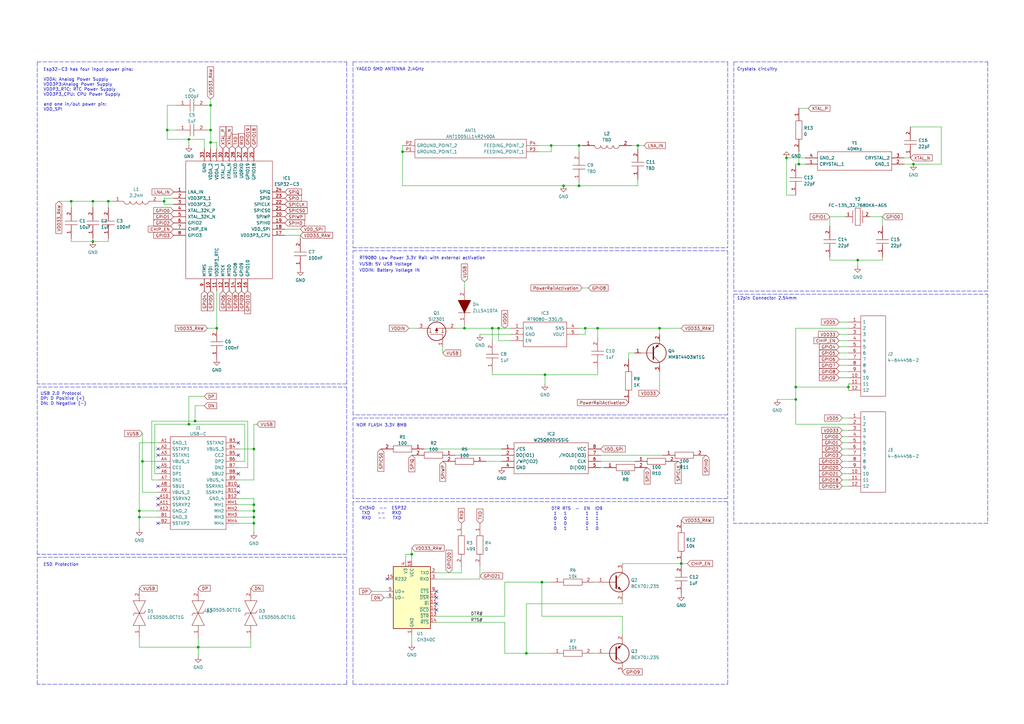
<source format=kicad_sch>
(kicad_sch (version 20211123) (generator eeschema)
  (paper "A3")
  (title_block (title "Easy C3 Dev Board") (date "2022-06-22") (company "Making Devices"))
  (junction (at 237.49 76.2))
  (junction (at 67.31 82.55))
  (junction (at 201.93 134.62))
  (junction (at 374.65 67.31))
  (junction (at 165.1 62.23))
  (junction (at 68.58 53.34))
  (junction (at 86.36 53.34))
  (junction (at 351.79 106.68))
  (junction (at 270.51 134.62))
  (junction (at 279.4 231.14))
  (junction (at 58.42 189.23))
  (junction (at 231.14 76.2))
  (junction (at 38.1 82.55))
  (junction (at 245.11 134.62))
  (junction (at 326.39 163.83))
  (junction (at 190.5 134.62))
  (junction (at 322.58 64.77))
  (junction (at 77.47 57.15))
  (junction (at 86.36 58.42))
  (junction (at 240.03 134.62))
  (junction (at 168.91 227.33))
  (junction (at 104.14 214.63))
  (junction (at 38.1 99.06))
  (junction (at 347.98 158.75))
  (junction (at 81.28 265.43))
  (junction (at 326.39 158.75))
  (junction (at 104.14 207.01))
  (junction (at 104.14 212.09))
  (junction (at 86.36 43.18))
  (junction (at 104.14 184.15))
  (junction (at 44.45 82.55))
  (junction (at 261.62 59.69))
  (junction (at 104.14 209.55))
  (junction (at 29.21 82.55))
  (junction (at 215.9 267.97))
  (junction (at 57.15 209.55))
  (junction (at 88.9 134.62))
  (junction (at 222.25 238.76))
  (junction (at 223.52 153.67))
  (junction (at 226.06 59.69))
  (junction (at 80.01 172.72))
  (junction (at 77.47 173.99))
  (junction (at 327.66 67.31))
  (junction (at 57.15 212.09))
  (junction (at 237.49 59.69))
  (junction (at 204.47 134.62))
  (no_connect (at 97.79 194.31))
  (no_connect (at 97.79 181.61))
  (no_connect (at 97.79 186.69))
  (no_connect (at 97.79 199.39))
  (no_connect (at 97.79 201.93))
  (no_connect (at 64.77 184.15))
  (no_connect (at 64.77 186.69))
  (no_connect (at 64.77 191.77))
  (no_connect (at 64.77 214.63))
  (no_connect (at 64.77 199.39))
  (no_connect (at 64.77 207.01))
  (no_connect (at 64.77 204.47))
  (no_connect (at 179.07 245.11))
  (no_connect (at 179.07 242.57))
  (no_connect (at 158.75 237.49))
  (no_connect (at 179.07 250.19))
  (no_connect (at 179.07 247.65))
  (wire (pts (xy 167.64 134.62) (xy 171.45 134.62)))
  (wire (pts (xy 179.07 252.73) (xy 207.01 252.73)))
  (wire (pts (xy 204.47 139.7) (xy 204.47 134.62)))
  (wire (pts (xy 223.52 153.67) (xy 201.93 153.67)))
  (wire (pts (xy 64.77 209.55) (xy 57.15 209.55)))
  (wire (pts (xy 322.58 80.01) (xy 326.39 80.01)))
  (wire (pts (xy 255.27 247.65) (xy 215.9 247.65)))
  (wire (pts (xy 270.51 134.62) (xy 270.51 137.16)))
  (wire (pts (xy 326.39 173.99) (xy 347.98 173.99)))
  (wire (pts (xy 347.98 157.48) (xy 347.98 158.75)))
  (wire (pts (xy 58.42 201.93) (xy 58.42 189.23)))
  (wire (pts (xy 261.62 59.69) (xy 259.08 59.69)))
  (wire (pts (xy 165.1 76.2) (xy 231.14 76.2)))
  (polyline (pts (xy 142.24 158.75) (xy 142.24 227.33)))
  (wire (pts (xy 361.95 92.71) (xy 361.95 88.9)))
  (wire (pts (xy 226.06 59.69) (xy 237.49 59.69)))
  (wire (pts (xy 326.39 67.31) (xy 327.66 67.31)))
  (wire (pts (xy 279.4 231.14) (xy 255.27 231.14)))
  (wire (pts (xy 116.84 93.98) (xy 123.19 93.98)))
  (wire (pts (xy 77.47 57.15) (xy 77.47 59.69)))
  (wire (pts (xy 243.84 238.76) (xy 245.11 238.76)))
  (wire (pts (xy 44.45 82.55) (xy 45.72 82.55)))
  (wire (pts (xy 104.14 214.63) (xy 104.14 218.44)))
  (polyline (pts (xy 298.45 205.74) (xy 298.45 280.67)))
  (wire (pts (xy 81.28 265.43) (xy 57.15 265.43)))
  (wire (pts (xy 83.82 57.15) (xy 77.47 57.15)))
  (wire (pts (xy 345.44 196.85) (xy 347.98 196.85)))
  (wire (pts (xy 237.49 134.62) (xy 240.03 134.62)))
  (wire (pts (xy 83.82 166.37) (xy 80.01 166.37)))
  (wire (pts (xy 386.08 67.31) (xy 374.65 67.31)))
  (wire (pts (xy 116.84 96.52) (xy 123.19 96.52)))
  (polyline (pts (xy 142.24 280.67) (xy 15.24 280.67)))
  (wire (pts (xy 255.27 246.38) (xy 255.27 247.65)))
  (wire (pts (xy 326.39 158.75) (xy 347.98 158.75)))
  (wire (pts (xy 201.93 139.7) (xy 201.93 134.62)))
  (wire (pts (xy 86.36 58.42) (xy 86.36 60.96)))
  (wire (pts (xy 196.85 137.16) (xy 209.55 137.16)))
  (wire (pts (xy 260.35 144.78) (xy 257.81 144.78)))
  (wire (pts (xy 38.1 82.55) (xy 44.45 82.55)))
  (wire (pts (xy 101.6 191.77) (xy 101.6 172.72)))
  (wire (pts (xy 345.44 186.69) (xy 347.98 186.69)))
  (polyline (pts (xy 142.24 228.6) (xy 142.24 280.67)))
  (wire (pts (xy 257.81 144.78) (xy 257.81 147.32)))
  (wire (pts (xy 189.23 234.95) (xy 189.23 232.41)))
  (wire (pts (xy 361.95 88.9) (xy 356.87 88.9)))
  (wire (pts (xy 102.87 261.62) (xy 102.87 265.43)))
  (wire (pts (xy 361.95 105.41) (xy 361.95 106.68)))
  (wire (pts (xy 77.47 162.56) (xy 77.47 173.99)))
  (polyline (pts (xy 144.78 101.6) (xy 298.45 101.6)))
  (wire (pts (xy 71.12 83.82) (xy 67.31 83.82)))
  (wire (pts (xy 345.44 176.53) (xy 347.98 176.53)))
  (wire (pts (xy 64.77 189.23) (xy 58.42 189.23)))
  (wire (pts (xy 345.44 199.39) (xy 347.98 199.39)))
  (wire (pts (xy 67.31 82.55) (xy 67.31 83.82)))
  (wire (pts (xy 220.98 59.69) (xy 226.06 59.69)))
  (wire (pts (xy 237.49 59.69) (xy 238.76 59.69)))
  (wire (pts (xy 190.5 115.57) (xy 190.5 118.11)))
  (wire (pts (xy 165.1 62.23) (xy 165.1 76.2)))
  (polyline (pts (xy 405.13 214.63) (xy 300.99 214.63)))
  (wire (pts (xy 264.16 59.69) (xy 261.62 59.69)))
  (wire (pts (xy 238.76 118.11) (xy 241.3 118.11)))
  (polyline (pts (xy 144.78 204.47) (xy 144.78 171.45)))
  (wire (pts (xy 344.17 132.08) (xy 347.98 132.08)))
  (wire (pts (xy 181.61 142.24) (xy 181.61 144.78)))
  (wire (pts (xy 344.17 142.24) (xy 347.98 142.24)))
  (wire (pts (xy 327.66 44.45) (xy 331.47 44.45)))
  (wire (pts (xy 168.91 260.35) (xy 168.91 264.16)))
  (wire (pts (xy 255.27 252.73) (xy 222.25 252.73)))
  (polyline (pts (xy 300.99 120.65) (xy 300.99 214.63)))
  (wire (pts (xy 38.1 99.06) (xy 29.21 99.06)))
  (wire (pts (xy 63.5 194.31) (xy 64.77 194.31)))
  (polyline (pts (xy 142.24 157.48) (xy 15.24 157.48)))
  (polyline (pts (xy 405.13 120.65) (xy 405.13 214.63)))
  (wire (pts (xy 97.79 189.23) (xy 100.33 189.23)))
  (wire (pts (xy 86.36 53.34) (xy 86.36 58.42)))
  (wire (pts (xy 57.15 181.61) (xy 57.15 209.55)))
  (wire (pts (xy 237.49 74.93) (xy 237.49 76.2)))
  (wire (pts (xy 62.23 196.85) (xy 64.77 196.85)))
  (wire (pts (xy 201.93 153.67) (xy 201.93 152.4)))
  (wire (pts (xy 190.5 133.35) (xy 190.5 134.62)))
  (wire (pts (xy 199.39 189.23) (xy 205.74 189.23)))
  (wire (pts (xy 57.15 212.09) (xy 57.15 217.17)))
  (wire (pts (xy 347.98 158.75) (xy 347.98 160.02)))
  (wire (pts (xy 340.36 106.68) (xy 340.36 105.41)))
  (wire (pts (xy 104.14 209.55) (xy 104.14 212.09)))
  (wire (pts (xy 245.11 151.13) (xy 245.11 153.67)))
  (wire (pts (xy 57.15 181.61) (xy 64.77 181.61)))
  (wire (pts (xy 81.28 261.62) (xy 81.28 265.43)))
  (wire (pts (xy 326.39 134.62) (xy 326.39 158.75)))
  (wire (pts (xy 281.94 231.14) (xy 279.4 231.14)))
  (polyline (pts (xy 300.99 120.65) (xy 405.13 120.65)))
  (wire (pts (xy 346.71 88.9) (xy 340.36 88.9)))
  (wire (pts (xy 226.06 62.23) (xy 226.06 59.69)))
  (wire (pts (xy 370.84 64.77) (xy 373.38 64.77)))
  (wire (pts (xy 97.79 196.85) (xy 104.14 196.85)))
  (polyline (pts (xy 144.78 171.45) (xy 298.45 171.45)))
  (polyline (pts (xy 405.13 25.4) (xy 405.13 119.38)))
  (wire (pts (xy 83.82 60.96) (xy 83.82 57.15)))
  (polyline (pts (xy 15.24 228.6) (xy 142.24 228.6)))
  (wire (pts (xy 345.44 179.07) (xy 347.98 179.07)))
  (polyline (pts (xy 15.24 157.48) (xy 15.24 25.4)))
  (wire (pts (xy 86.36 43.18) (xy 86.36 53.34)))
  (wire (pts (xy 63.5 173.99) (xy 63.5 194.31)))
  (polyline (pts (xy 144.78 25.4) (xy 144.78 101.6)))
  (wire (pts (xy 68.58 43.18) (xy 68.58 53.34)))
  (polyline (pts (xy 405.13 119.38) (xy 300.99 119.38)))
  (wire (pts (xy 344.17 152.4) (xy 347.98 152.4)))
  (wire (pts (xy 261.62 59.69) (xy 261.62 60.96)))
  (wire (pts (xy 345.44 171.45) (xy 347.98 171.45)))
  (wire (pts (xy 97.79 209.55) (xy 104.14 209.55)))
  (wire (pts (xy 81.28 265.43) (xy 81.28 269.24)))
  (wire (pts (xy 222.25 252.73) (xy 222.25 238.76)))
  (wire (pts (xy 245.11 153.67) (xy 223.52 153.67)))
  (wire (pts (xy 386.08 52.07) (xy 386.08 67.31)))
  (wire (pts (xy 97.79 207.01) (xy 104.14 207.01)))
  (wire (pts (xy 105.41 173.99) (xy 104.14 173.99)))
  (wire (pts (xy 186.69 186.69) (xy 205.74 186.69)))
  (wire (pts (xy 222.25 238.76) (xy 226.06 238.76)))
  (polyline (pts (xy 144.78 170.18) (xy 144.78 102.87)))
  (wire (pts (xy 62.23 172.72) (xy 62.23 196.85)))
  (polyline (pts (xy 15.24 25.4) (xy 142.24 25.4)))
  (wire (pts (xy 370.84 67.31) (xy 374.65 67.31)))
  (wire (pts (xy 168.91 224.79) (xy 168.91 227.33)))
  (wire (pts (xy 246.38 189.23) (xy 260.35 189.23)))
  (wire (pts (xy 123.19 96.52) (xy 123.19 97.79)))
  (wire (pts (xy 196.85 232.41) (xy 196.85 237.49)))
  (wire (pts (xy 237.49 59.69) (xy 237.49 62.23)))
  (wire (pts (xy 104.14 173.99) (xy 104.14 184.15)))
  (wire (pts (xy 58.42 189.23) (xy 58.42 177.8)))
  (wire (pts (xy 100.33 189.23) (xy 100.33 173.99)))
  (polyline (pts (xy 298.45 102.87) (xy 298.45 170.18)))
  (wire (pts (xy 270.51 152.4) (xy 270.51 161.29)))
  (wire (pts (xy 186.69 134.62) (xy 190.5 134.62)))
  (wire (pts (xy 245.11 134.62) (xy 245.11 138.43)))
  (polyline (pts (xy 144.78 205.74) (xy 144.78 280.67)))
  (wire (pts (xy 345.44 189.23) (xy 347.98 189.23)))
  (wire (pts (xy 157.48 245.11) (xy 158.75 245.11)))
  (wire (pts (xy 347.98 134.62) (xy 326.39 134.62)))
  (polyline (pts (xy 144.78 280.67) (xy 298.45 280.67)))
  (wire (pts (xy 373.38 52.07) (xy 386.08 52.07)))
  (polyline (pts (xy 142.24 25.4) (xy 142.24 157.48)))
  (wire (pts (xy 215.9 247.65) (xy 215.9 267.97)))
  (wire (pts (xy 209.55 139.7) (xy 204.47 139.7)))
  (wire (pts (xy 86.36 40.64) (xy 86.36 43.18)))
  (wire (pts (xy 246.38 191.77) (xy 247.65 191.77)))
  (wire (pts (xy 64.77 212.09) (xy 57.15 212.09)))
  (wire (pts (xy 83.82 162.56) (xy 77.47 162.56)))
  (wire (pts (xy 322.58 64.77) (xy 330.2 64.77)))
  (wire (pts (xy 100.33 173.99) (xy 77.47 173.99)))
  (wire (pts (xy 80.01 166.37) (xy 80.01 172.72)))
  (wire (pts (xy 196.85 237.49) (xy 179.07 237.49)))
  (wire (pts (xy 165.1 59.69) (xy 165.1 62.23)))
  (wire (pts (xy 261.62 76.2) (xy 237.49 76.2)))
  (wire (pts (xy 345.44 194.31) (xy 347.98 194.31)))
  (wire (pts (xy 246.38 186.69) (xy 271.78 186.69)))
  (wire (pts (xy 104.14 212.09) (xy 104.14 214.63)))
  (wire (pts (xy 24.13 82.55) (xy 29.21 82.55)))
  (wire (pts (xy 57.15 265.43) (xy 57.15 261.62)))
  (wire (pts (xy 77.47 173.99) (xy 63.5 173.99)))
  (wire (pts (xy 220.98 62.23) (xy 226.06 62.23)))
  (wire (pts (xy 72.39 43.18) (xy 68.58 43.18)))
  (wire (pts (xy 240.03 134.62) (xy 245.11 134.62)))
  (wire (pts (xy 102.87 265.43) (xy 81.28 265.43)))
  (wire (pts (xy 152.4 242.57) (xy 158.75 242.57)))
  (wire (pts (xy 88.9 58.42) (xy 86.36 58.42)))
  (wire (pts (xy 68.58 57.15) (xy 68.58 53.34)))
  (wire (pts (xy 173.99 184.15) (xy 205.74 184.15)))
  (wire (pts (xy 322.58 64.77) (xy 322.58 80.01)))
  (wire (pts (xy 97.79 214.63) (xy 104.14 214.63)))
  (wire (pts (xy 38.1 82.55) (xy 38.1 85.09)))
  (wire (pts (xy 77.47 57.15) (xy 68.58 57.15)))
  (wire (pts (xy 344.17 149.86) (xy 347.98 149.86)))
  (wire (pts (xy 104.14 207.01) (xy 104.14 209.55)))
  (wire (pts (xy 207.01 238.76) (xy 222.25 238.76)))
  (wire (pts (xy 326.39 158.75) (xy 326.39 163.83)))
  (wire (pts (xy 97.79 212.09) (xy 104.14 212.09)))
  (wire (pts (xy 67.31 81.28) (xy 71.12 81.28)))
  (wire (pts (xy 201.93 134.62) (xy 204.47 134.62)))
  (polyline (pts (xy 15.24 158.75) (xy 142.24 158.75)))
  (wire (pts (xy 345.44 191.77) (xy 347.98 191.77)))
  (polyline (pts (xy 298.45 205.74) (xy 144.78 205.74)))
  (wire (pts (xy 245.11 134.62) (xy 270.51 134.62)))
  (polyline (pts (xy 298.45 25.4) (xy 298.45 101.6)))
  (wire (pts (xy 67.31 81.28) (xy 67.31 82.55)))
  (wire (pts (xy 190.5 134.62) (xy 201.93 134.62)))
  (wire (pts (xy 261.62 73.66) (xy 261.62 76.2)))
  (wire (pts (xy 255.27 252.73) (xy 255.27 260.35)))
  (polyline (pts (xy 144.78 102.87) (xy 298.45 102.87)))
  (wire (pts (xy 85.09 43.18) (xy 86.36 43.18)))
  (wire (pts (xy 344.17 137.16) (xy 347.98 137.16)))
  (wire (pts (xy 57.15 209.55) (xy 57.15 212.09)))
  (wire (pts (xy 215.9 267.97) (xy 226.06 267.97)))
  (wire (pts (xy 80.01 172.72) (xy 62.23 172.72)))
  (wire (pts (xy 344.17 144.78) (xy 347.98 144.78)))
  (polyline (pts (xy 298.45 204.47) (xy 144.78 204.47)))
  (wire (pts (xy 345.44 184.15) (xy 347.98 184.15)))
  (wire (pts (xy 68.58 53.34) (xy 72.39 53.34)))
  (wire (pts (xy 237.49 137.16) (xy 240.03 137.16)))
  (wire (pts (xy 88.9 134.62) (xy 85.09 134.62)))
  (wire (pts (xy 223.52 153.67) (xy 223.52 157.48)))
  (wire (pts (xy 361.95 106.68) (xy 351.79 106.68)))
  (wire (pts (xy 351.79 106.68) (xy 351.79 109.22)))
  (wire (pts (xy 29.21 82.55) (xy 29.21 85.09)))
  (wire (pts (xy 85.09 53.34) (xy 86.36 53.34)))
  (wire (pts (xy 44.45 99.06) (xy 38.1 99.06)))
  (wire (pts (xy 88.9 60.96) (xy 88.9 58.42)))
  (polyline (pts (xy 144.78 25.4) (xy 298.45 25.4)))
  (wire (pts (xy 270.51 134.62) (xy 279.4 134.62)))
  (wire (pts (xy 44.45 82.55) (xy 44.45 85.09)))
  (wire (pts (xy 104.14 184.15) (xy 97.79 184.15)))
  (wire (pts (xy 237.49 76.2) (xy 231.14 76.2)))
  (wire (pts (xy 38.1 97.79) (xy 38.1 99.06)))
  (polyline (pts (xy 15.24 227.33) (xy 15.24 158.75)))
  (wire (pts (xy 166.37 227.33) (xy 168.91 227.33)))
  (wire (pts (xy 344.17 139.7) (xy 347.98 139.7)))
  (wire (pts (xy 209.55 134.62) (xy 204.47 134.62)))
  (wire (pts (xy 240.03 137.16) (xy 240.03 134.62)))
  (wire (pts (xy 97.79 204.47) (xy 104.14 204.47)))
  (polyline (pts (xy 300.99 25.4) (xy 300.99 119.38)))
  (wire (pts (xy 179.07 255.27) (xy 207.01 255.27)))
  (wire (pts (xy 207.01 255.27) (xy 207.01 267.97)))
  (wire (pts (xy 344.17 147.32) (xy 347.98 147.32)))
  (wire (pts (xy 327.66 62.23) (xy 327.66 67.31)))
  (wire (pts (xy 66.04 82.55) (xy 67.31 82.55)))
  (polyline (pts (xy 142.24 227.33) (xy 15.24 227.33)))
  (wire (pts (xy 179.07 234.95) (xy 189.23 234.95)))
  (wire (pts (xy 97.79 191.77) (xy 101.6 191.77)))
  (wire (pts (xy 168.91 227.33) (xy 168.91 229.87)))
  (wire (pts (xy 207.01 267.97) (xy 215.9 267.97)))
  (wire (pts (xy 44.45 97.79) (xy 44.45 99.06)))
  (wire (pts (xy 351.79 106.68) (xy 340.36 106.68)))
  (wire (pts (xy 340.36 88.9) (xy 340.36 92.71)))
  (wire (pts (xy 326.39 163.83) (xy 326.39 173.99)))
  (wire (pts (xy 318.77 163.83) (xy 326.39 163.83)))
  (wire (pts (xy 327.66 67.31) (xy 330.2 67.31)))
  (wire (pts (xy 29.21 97.79) (xy 29.21 99.06)))
  (polyline (pts (xy 300.99 25.4) (xy 405.13 25.4)))
  (wire (pts (xy 64.77 201.93) (xy 58.42 201.93)))
  (wire (pts (xy 345.44 181.61) (xy 347.98 181.61)))
  (wire (pts (xy 104.14 204.47) (xy 104.14 207.01)))
  (wire (pts (xy 166.37 229.87) (xy 166.37 227.33)))
  (wire (pts (xy 88.9 119.38) (xy 88.9 134.62)))
  (wire (pts (xy 104.14 184.15) (xy 104.14 196.85)))
  (wire (pts (xy 243.84 267.97) (xy 245.11 267.97)))
  (wire (pts (xy 101.6 172.72) (xy 80.01 172.72)))
  (wire (pts (xy 207.01 252.73) (xy 207.01 238.76)))
  (wire (pts (xy 344.17 154.94) (xy 347.98 154.94)))
  (polyline (pts (xy 15.24 280.67) (xy 15.24 228.6)))
  (wire (pts (xy 29.21 82.55) (xy 38.1 82.55)))
  (polyline (pts (xy 298.45 170.18) (xy 144.78 170.18)))
  (polyline (pts (xy 298.45 171.45) (xy 298.45 204.47)))
  (text "RT9080 Low Power 3.3V Rail with external activation" (at 147.32 106.68 0) (effects (font (size 1.27 1.27)) (justify left bottom)))
  (text "DTR RTS  -  EN  IO9\n 1   1        1   1\n 0   0        1   1\n 1   0        0   1\n 0   1        1   0\n " (at 226.06 219.71 0) (effects (font (size 1.27 1.27)) (justify left bottom)))
  (text "NOR FLASH 3.3V 8MB" (at 146.05 175.26 0) (effects (font (size 1.27 1.27)) (justify left bottom)))
  (text "12pin Connector 2.54mm\n" (at 302.26 123.19 0) (effects (font (size 1.27 1.27)) (justify left bottom)))
  (text "VUSB: 5V USB Voltage" (at 147.32 109.22 0) (effects (font (size 1.27 1.27)) (justify left bottom)))
  (text "ESD Protection" (at 17.78 232.41 0) (effects (font (size 1.27 1.27)) (justify left bottom)))
  (text "Esp32-C3 has four input power pins:\n\nVDDA: Analog Power Supply\nVDD3P3:Analog Power Supply\nVDDP3_RTC: RTC Power Supply\nVDD3P3_CPU: CPU Power Supply\n\nand one in/out power pin:\nVDD_SPI" (at 17.78 45.72 0) (effects (font (size 1.27 1.27)) (justify left bottom)))
  (text "YAGEO SMD ANTENNA 2.4GHz" (at 146.05 29.21 0) (effects (font (size 1.27 1.27)) (justify left bottom)))
  (text "CH340  --  ESP32\n TXD   --   RXD\n RXD   --   TXD" (at 147.32 213.36 0) (effects (font (size 1.27 1.27)) (justify left bottom)))
  (text "USB 2.0 Protocol\nDP: D Positive (+)\nDN: D Negative (-)" (at 16.51 166.37 0) (effects (font (size 1.27 1.27)) (justify left bottom)))
  (text "Crystals circuitry" (at 302.26 29.21 0) (effects (font (size 1.27 1.27)) (justify left bottom)))
  (text "VDDIN: Battery Voltage IN" (at 147.32 111.76 0) (effects (font (size 1.27 1.27)) (justify left bottom)))
  (label "DTR#" (at 193.04 252.73 0))
  (label "RTS#" (at 193.04 255.27 0))
  (global_label "GPIO9" (shape input) (at 99.06 119.38 270) (property "Intersheet References" "${INTERSHEET_REFS}" (effects hide)))
  (global_label "GPIO3" (shape input) (at 345.44 186.69 180) (property "Intersheet References" "${INTERSHEET_REFS}" (effects hide)))
  (global_label "GPIO0" (shape input) (at 71.12 86.36 180) (property "Intersheet References" "${INTERSHEET_REFS}" (effects hide)))
  (global_label "GPIO21" (shape input) (at 345.44 194.31 180) (property "Intersheet References" "${INTERSHEET_REFS}" (effects hide)))
  (global_label "VDD33_RAW" (shape input) (at 86.36 40.64 90) (property "Intersheet References" "${INTERSHEET_REFS}" (effects hide)))
  (global_label "CHIP_EN" (shape input) (at 344.17 139.7 180) (property "Intersheet References" "${INTERSHEET_REFS}" (effects hide)))
  (global_label "DP" (shape input) (at 152.4 242.57 180) (property "Intersheet References" "${INTERSHEET_REFS}" (effects hide)))
  (global_label "VDD5" (shape input) (at 207.01 134.62 90) (property "Intersheet References" "${INTERSHEET_REFS}" (effects hide)))
  (global_label "GPIO7" (shape input) (at 93.98 119.38 270) (property "Intersheet References" "${INTERSHEET_REFS}" (effects hide)))
  (global_label "DP" (shape input) (at 83.82 162.56 0) (property "Intersheet References" "${INTERSHEET_REFS}" (effects hide)))
  (global_label "VDD5" (shape input) (at 345.44 171.45 180) (property "Intersheet References" "${INTERSHEET_REFS}" (effects hide)))
  (global_label "GPIO7" (shape input) (at 344.17 149.86 180) (property "Intersheet References" "${INTERSHEET_REFS}" (effects hide)))
  (global_label "GPIO18" (shape input) (at 104.14 60.96 90) (property "Intersheet References" "${INTERSHEET_REFS}" (effects hide)))
  (global_label "TXD" (shape input) (at 196.85 214.63 90) (property "Intersheet References" "${INTERSHEET_REFS}" (effects hide)))
  (global_label "GPIO18" (shape input) (at 345.44 196.85 180) (property "Intersheet References" "${INTERSHEET_REFS}" (effects hide)))
  (global_label "VDD33" (shape input) (at 344.17 137.16 180) (property "Intersheet References" "${INTERSHEET_REFS}" (effects hide)))
  (global_label "SPICS0" (shape input) (at 156.21 184.15 270) (property "Intersheet References" "${INTERSHEET_REFS}" (effects hide)))
  (global_label "VDD33_RAW" (shape input) (at 279.4 134.62 0) (property "Intersheet References" "${INTERSHEET_REFS}" (effects hide)))
  (global_label "GPIO1" (shape input) (at 345.44 181.61 180) (property "Intersheet References" "${INTERSHEET_REFS}" (effects hide)))
  (global_label "RXD" (shape input) (at 99.06 60.96 90) (property "Intersheet References" "${INTERSHEET_REFS}" (effects hide)))
  (global_label "GPIO8" (shape input) (at 241.3 118.11 0) (property "Intersheet References" "${INTERSHEET_REFS}" (effects hide)))
  (global_label "VUSB" (shape input) (at 190.5 115.57 90) (property "Intersheet References" "${INTERSHEET_REFS}" (effects hide)))
  (global_label "GPIO2" (shape input) (at 71.12 91.44 180) (property "Intersheet References" "${INTERSHEET_REFS}" (effects hide)))
  (global_label "VUSB" (shape input) (at 181.61 144.78 0) (property "Intersheet References" "${INTERSHEET_REFS}" (effects hide)))
  (global_label "GPIO4" (shape input) (at 344.17 142.24 180) (property "Intersheet References" "${INTERSHEET_REFS}" (effects hide)))
  (global_label "GPIO2" (shape input) (at 345.44 184.15 180) (property "Intersheet References" "${INTERSHEET_REFS}" (effects hide)))
  (global_label "GPIO5" (shape input) (at 86.36 119.38 270) (property "Intersheet References" "${INTERSHEET_REFS}" (effects hide)))
  (global_label "GPIO19" (shape input) (at 345.44 199.39 180) (property "Intersheet References" "${INTERSHEET_REFS}" (effects hide)))
  (global_label "PowerRailActivation" (shape input) (at 257.81 165.1 180) (property "Intersheet References" "${INTERSHEET_REFS}" (effects hide)))
  (global_label "VDD_SPI" (shape input) (at 123.19 93.98 0) (property "Intersheet References" "${INTERSHEET_REFS}" (effects hide)))
  (global_label "SPIHD" (shape input) (at 289.56 186.69 270) (property "Intersheet References" "${INTERSHEET_REFS}" (effects hide)))
  (global_label "GPIO10" (shape input) (at 101.6 119.38 270) (property "Intersheet References" "${INTERSHEET_REFS}" (effects hide)))
  (global_label "VDD33_RAW" (shape input) (at 168.91 224.79 0) (property "Intersheet References" "${INTERSHEET_REFS}" (effects hide)))
  (global_label "XTAL_P" (shape input) (at 91.44 60.96 90) (property "Intersheet References" "${INTERSHEET_REFS}" (effects hide)))
  (global_label "VDDIN" (shape input) (at 167.64 134.62 180) (property "Intersheet References" "${INTERSHEET_REFS}" (effects hide)))
  (global_label "GPIO8" (shape input) (at 344.17 152.4 180) (property "Intersheet References" "${INTERSHEET_REFS}" (effects hide)))
  (global_label "GPIO21" (shape input) (at 196.85 236.22 0) (property "Intersheet References" "${INTERSHEET_REFS}" (effects hide)))
  (global_label "GPIO0" (shape input) (at 345.44 179.07 180) (property "Intersheet References" "${INTERSHEET_REFS}" (effects hide)))
  (global_label "DP" (shape input) (at 81.28 241.3 0) (property "Intersheet References" "${INTERSHEET_REFS}" (effects hide)))
  (global_label "GPIO1" (shape input) (at 340.36 88.9 180) (property "Intersheet References" "${INTERSHEET_REFS}" (effects hide)))
  (global_label "LNA_IN" (shape input) (at 264.16 59.69 0) (property "Intersheet References" "${INTERSHEET_REFS}" (effects hide)))
  (global_label "SPICLK" (shape input) (at 116.84 83.82 0) (property "Intersheet References" "${INTERSHEET_REFS}" (effects hide)))
  (global_label "GPIO10" (shape input) (at 345.44 189.23 180) (property "Intersheet References" "${INTERSHEET_REFS}" (effects hide)))
  (global_label "VUSB" (shape input) (at 105.41 173.99 0) (property "Intersheet References" "${INTERSHEET_REFS}" (effects hide)))
  (global_label "SPIQ" (shape input) (at 116.84 78.74 0) (property "Intersheet References" "${INTERSHEET_REFS}" (effects hide)))
  (global_label "SPICLK" (shape input) (at 278.13 189.23 270) (property "Intersheet References" "${INTERSHEET_REFS}" (effects hide)))
  (global_label "VDD33" (shape input) (at 345.44 176.53 180) (property "Intersheet References" "${INTERSHEET_REFS}" (effects hide)))
  (global_label "SPIQ" (shape input) (at 168.91 186.69 270) (property "Intersheet References" "${INTERSHEET_REFS}" (effects hide)))
  (global_label "GPIO9" (shape input) (at 255.27 275.59 0) (property "Intersheet References" "${INTERSHEET_REFS}" (effects hide)))
  (global_label "VUSB" (shape input) (at 58.42 177.8 180) (property "Intersheet References" "${INTERSHEET_REFS}" (effects hide)))
  (global_label "SPIWP" (shape input) (at 116.84 88.9 0) (property "Intersheet References" "${INTERSHEET_REFS}" (effects hide)))
  (global_label "GPIO9" (shape input) (at 344.17 154.94 180) (property "Intersheet References" "${INTERSHEET_REFS}" (effects hide)))
  (global_label "CHIP_EN" (shape input) (at 281.94 231.14 0) (property "Intersheet References" "${INTERSHEET_REFS}" (effects hide)))
  (global_label "SPID" (shape input) (at 265.43 191.77 270) (property "Intersheet References" "${INTERSHEET_REFS}" (effects hide)))
  (global_label "DN" (shape input) (at 157.48 245.11 180) (property "Intersheet References" "${INTERSHEET_REFS}" (effects hide)))
  (global_label "GPIO1" (shape input) (at 71.12 88.9 180) (property "Intersheet References" "${INTERSHEET_REFS}" (effects hide)))
  (global_label "RXD" (shape input) (at 189.23 214.63 90) (property "Intersheet References" "${INTERSHEET_REFS}" (effects hide)))
  (global_label "VDD33_RAW" (shape input) (at 24.13 82.55 270) (property "Intersheet References" "${INTERSHEET_REFS}" (effects hide)))
  (global_label "SPIHD" (shape input) (at 116.84 91.44 0) (property "Intersheet References" "${INTERSHEET_REFS}" (effects hide)))
  (global_label "VDD33_RAW" (shape input) (at 279.4 213.36 0) (property "Intersheet References" "${INTERSHEET_REFS}" (effects hide)))
  (global_label "XTAL_N" (shape input) (at 373.38 64.77 0) (property "Intersheet References" "${INTERSHEET_REFS}" (effects hide)))
  (global_label "VDD_SPI" (shape input) (at 246.38 184.15 0) (property "Intersheet References" "${INTERSHEET_REFS}" (effects hide)))
  (global_label "SPIWP" (shape input) (at 181.61 189.23 270) (property "Intersheet References" "${INTERSHEET_REFS}" (effects hide)))
  (global_label "GPIO8" (shape input) (at 96.52 119.38 270) (property "Intersheet References" "${INTERSHEET_REFS}" (effects hide)))
  (global_label "GPIO0" (shape input) (at 361.95 88.9 0) (property "Intersheet References" "${INTERSHEET_REFS}" (effects hide)))
  (global_label "TXD" (shape input) (at 96.52 60.96 90) (property "Intersheet References" "${INTERSHEET_REFS}" (effects hide)))
  (global_label "DN" (shape input) (at 83.82 166.37 0) (property "Intersheet References" "${INTERSHEET_REFS}" (effects hide)))
  (global_label "VDD33_RAW" (shape input) (at 123.19 96.52 0) (property "Intersheet References" "${INTERSHEET_REFS}" (effects hide)))
  (global_label "SPID" (shape input) (at 116.84 81.28 0) (property "Intersheet References" "${INTERSHEET_REFS}" (effects hide)))
  (global_label "GPIO20" (shape input) (at 184.15 234.95 90) (property "Intersheet References" "${INTERSHEET_REFS}" (effects hide)))
  (global_label "GPIO19" (shape input) (at 101.6 60.96 90) (property "Intersheet References" "${INTERSHEET_REFS}" (effects hide)))
  (global_label "XTAL_P" (shape input) (at 331.47 44.45 0) (property "Intersheet References" "${INTERSHEET_REFS}" (effects hide)))
  (global_label "VDD5" (shape input) (at 344.17 132.08 180) (property "Intersheet References" "${INTERSHEET_REFS}" (effects hide)))
  (global_label "VDD33" (shape input) (at 270.51 161.29 180) (property "Intersheet References" "${INTERSHEET_REFS}" (effects hide)))
  (global_label "GPIO3" (shape input) (at 71.12 96.52 180) (property "Intersheet References" "${INTERSHEET_REFS}" (effects hide)))
  (global_label "GPIO6" (shape input) (at 91.44 119.38 270) (property "Intersheet References" "${INTERSHEET_REFS}" (effects hide)))
  (global_label "GPIO4" (shape input) (at 83.82 119.38 270) (property "Intersheet References" "${INTERSHEET_REFS}" (effects hide)))
  (global_label "VDD33_RAW" (shape input) (at 85.09 134.62 180) (property "Intersheet References" "${INTERSHEET_REFS}" (effects hide)))
  (global_label "LNA_IN" (shape input) (at 71.12 78.74 180) (property "Intersheet References" "${INTERSHEET_REFS}" (effects hide)))
  (global_label "DN" (shape input) (at 102.87 241.3 0) (property "Intersheet References" "${INTERSHEET_REFS}" (effects hide)))
  (global_label "PowerRailActivation" (shape input) (at 238.76 118.11 180) (property "Intersheet References" "${INTERSHEET_REFS}" (effects hide)))
  (global_label "GPIO5" (shape input) (at 344.17 144.78 180) (property "Intersheet References" "${INTERSHEET_REFS}" (effects hide)))
  (global_label "XTAL_N" (shape input) (at 93.98 60.96 90) (property "Intersheet References" "${INTERSHEET_REFS}" (effects hide)))
  (global_label "CHIP_EN" (shape input) (at 71.12 93.98 180) (property "Intersheet References" "${INTERSHEET_REFS}" (effects hide)))
  (global_label "GPIO20" (shape input) (at 345.44 191.77 180) (property "Intersheet References" "${INTERSHEET_REFS}" (effects hide)))
  (global_label "SPICS0" (shape input) (at 116.84 86.36 0) (property "Intersheet References" "${INTERSHEET_REFS}" (effects hide)))
  (global_label "GPIO6" (shape input) (at 344.17 147.32 180) (property "Intersheet References" "${INTERSHEET_REFS}" (effects hide)))
  (global_label "VUSB" (shape input) (at 57.15 241.3 0) (property "Intersheet References" "${INTERSHEET_REFS}" (effects hide)))
  (symbol (lib_id "Library Loader:LQW2BAS2N7J00L") (at 238.76 59.69 0) (unit 1)
    (property "Reference" "L2" (at 248.92 54.8208 0))
    (property "Value" "TBD" (at 248.92 57.3577 0))
    (property "Footprint" "LQW2BAN11NG00L" (effects hide))
    (property "Datasheet" "https://psearch.en.murata.com/inductor/product/LQW2BAS2N7J00%23.html" (effects hide))
    (property "Description" "LQW2BAS_00 Series Inductor 2.7nH +/-5% 0805 (2015)" (effects hide))
    (property "Height" "1.52" (effects hide))
    (property "Mouser Part Number" "81-LQW2BAS2N7J00L" (effects hide))
    (property "Mouser Price/Stock" "https://www.mouser.co.uk/ProductDetail/Murata-Electronics/LQW2BAS2N7J00L?qs=rkhjVJ6%2F3EIoAem%252BmvnZ5w%3D%3D" (effects hide))
    (property "Manufacturer_Name" "Murata Electronics" (effects hide))
    (property "Manufacturer_Part_Number" "LQW2BAS2N7J00L" (effects hide))
  )
  (symbol (lib_id "Library Loader:ESP32-C3") (at 71.12 78.74 0) (unit 1)
    (property "Reference" "IC1" (at 117.6003 73.0335 0))
    (property "Value" "ESP32-C3" (at 117.6003 75.5704 0))
    (property "Footprint" "QFN50P500X500X90-33N-D" (effects hide))
    (property "Datasheet" "https://www.espressif.com/sites/default/files/documentation/esp32-c3_datasheet_en.pdf" (effects hide))
    (property "Description" "Ultra-Low-Power SoC with RISC-V Single-Core CPU" (effects hide))
    (property "Height" "0.9" (effects hide))
    (property "Mouser Part Number" "356-ESP32-C3" (effects hide))
    (property "Mouser Price/Stock" "https://www.mouser.co.uk/ProductDetail/Espressif-Systems/ESP32-C3?qs=iLbezkQI%252BsiMXe7tMG%252Bo%2FA%3D%3D" (effects hide))
    (property "Manufacturer_Name" "Espressif Systems" (effects hide))
    (property "Manufacturer_Part_Number" "ESP32-C3" (effects hide))
  )
  (symbol (lib_id "Library Loader:RT9080-33GJ5") (at 209.55 134.62 0) (unit 1)
    (property "Reference" "IC3" (at 223.52 128.431 0))
    (property "Value" "RT9080-33GJ5" (at 223.52 130.9679 0))
    (property "Footprint" "SOT94P280X100-5N" (effects hide))
    (property "Datasheet" "https://www.richtek.com/assets/product_file/RT9080/DS9080-05.pdf" (effects hide))
    (property "Description" "IC REG LIN 3.3V 600MA TSOT23-5" (effects hide))
    (property "Height" "1" (effects hide))
    (property "Manufacturer_Name" "RICHTEK" (effects hide))
    (property "Manufacturer_Part_Number" "RT9080-33GJ5" (effects hide))
  )
  (symbol (lib_id "Library Loader:ERJP6WF1303V") (at 173.99 184.15 180) (unit 1)
    (property "Reference" "R1" (at 165.1 179.231 0))
    (property "Value" "100" (at 165.1 181.7679 0))
    (property "Footprint" "RESC2012X75N" (effects hide))
    (property "Datasheet" "http://uk.rs-online.com/web/p/products/7708607P" (effects hide))
    (property "Description" "Panasonic ERJP6W Series Thick Film Surface Mount Fixed Resistor 0805 Case 130k +/-1% 0.5W +/-200ppm/C" (effects hide))
    (property "Height" "0.75" (effects hide))
    (property "RS Part Number" "7708607P" (effects hide))
    (property "RS Price/Stock" "http://uk.rs-online.com/web/p/products/7708607P" (effects hide))
    (property "Manufacturer_Name" "Panasonic" (effects hide))
    (property "Manufacturer_Part_Number" "ERJP6WF1303V" (effects hide))
  )
  (symbol (lib_id "power:GND") (at 81.28 269.24 0) (unit 1)
    (property "Reference" "#PWR04" (effects hide))
    (property "Value" "GND" (at 81.28 273.6834 0))
  )
  (symbol (lib_id "Library Loader:BCX70J,235") (at 245.11 267.97 0) (mirror x) (unit 1)
    (property "Reference" "Q3" (at 258.7752 267.1353 0) (effects (justify left)))
    (property "Value" "BCX70J,235" (at 258.7752 269.6722 0) (effects (justify left)))
    (property "Footprint" "SOT95P230X110-3N" (effects hide))
    (property "Datasheet" "http://assets.nexperia.com/documents/data-sheet/BCX70.pdf" (effects hide))
    (property "Description" "BCX70 series - NPN general purpose transistors" (effects hide))
    (property "Height" "1.1" (effects hide))
    (property "Mouser Part Number" "771-BCX70J235" (effects hide))
    (property "Mouser Price/Stock" "https://www.mouser.co.uk/ProductDetail/Nexperia/BCX70J235?qs=me8TqzrmIYXivZ1WpT%2F11Q%3D%3D" (effects hide))
    (property "Manufacturer_Name" "Nexperia" (effects hide))
    (property "Manufacturer_Part_Number" "BCX70J,235" (effects hide))
  )
  (symbol (lib_id "Library Loader:ERJP6WF1303V") (at 196.85 214.63 270) (unit 1)
    (property "Reference" "R4" (at 198.8312 222.6853 90) (effects (justify left)))
    (property "Value" "0" (at 198.8312 225.2222 90) (effects (justify left)))
    (property "Footprint" "RESC2012X75N" (effects hide))
    (property "Datasheet" "http://uk.rs-online.com/web/p/products/7708607P" (effects hide))
    (property "Description" "Panasonic ERJP6W Series Thick Film Surface Mount Fixed Resistor 0805 Case 130k +/-1% 0.5W +/-200ppm/C" (effects hide))
    (property "Height" "0.75" (effects hide))
    (property "RS Part Number" "7708607P" (effects hide))
    (property "RS Price/Stock" "http://uk.rs-online.com/web/p/products/7708607P" (effects hide))
    (property "Manufacturer_Name" "Panasonic" (effects hide))
    (property "Manufacturer_Part_Number" "ERJP6WF1303V" (effects hide))
  )
  (symbol (lib_id "Library Loader:ERJP6WF1303V") (at 226.06 267.97 0) (unit 1)
    (property "Reference" "R7" (at 234.95 263.051 0))
    (property "Value" "10k" (at 234.95 265.5879 0))
    (property "Footprint" "RESC2012X75N" (effects hide))
    (property "Datasheet" "http://uk.rs-online.com/web/p/products/7708607P" (effects hide))
    (property "Description" "Panasonic ERJP6W Series Thick Film Surface Mount Fixed Resistor 0805 Case 130k +/-1% 0.5W +/-200ppm/C" (effects hide))
    (property "Height" "0.75" (effects hide))
    (property "RS Part Number" "7708607P" (effects hide))
    (property "RS Price/Stock" "http://uk.rs-online.com/web/p/products/7708607P" (effects hide))
    (property "Manufacturer_Name" "Panasonic" (effects hide))
    (property "Manufacturer_Part_Number" "ERJP6WF1303V" (effects hide))
  )
  (symbol (lib_id "Library Loader:C0805C475M8RACTU") (at 279.4 243.84 90) (unit 1)
    (property "Reference" "C12" (at 282.6512 236.6553 90) (effects (justify right)))
    (property "Value" "1uF" (at 282.6512 239.1922 90) (effects (justify right)))
    (property "Footprint" "CAPC2012X140N" (effects hide))
    (property "Datasheet" "https://datasheet.datasheetarchive.com/originals/distributors/Datasheets-DGA8/2444426.pdf" (effects hide))
    (property "Description" "Cap Ceramic 4.7uF 10V X7R 20% Pad SMD 0805 125C T/R" (effects hide))
    (property "Height" "1.4" (effects hide))
    (property "Manufacturer_Name" "Kemet" (effects hide))
    (property "Manufacturer_Part_Number" "C0805C475M8RACTU" (effects hide))
  )
  (symbol (lib_id "Library Loader:FC-135_32.7680KA-AG5") (at 346.71 88.9 0) (unit 1)
    (property "Reference" "Y2" (at 351.79 81.695 0))
    (property "Value" "FC-135_32.7680KA-AG5" (at 351.79 84.2319 0))
    (property "Footprint" "Library Loader:Q13FC1350000200" (effects hide))
    (property "Datasheet" "https://datasheet.lcsc.com/szlcsc/Seiko-Epson-Q13FC1350000200_C48615.pdf" (effects hide))
    (property "Description" "Crystal 32.768kHz 12.5pF 2-Pin SMD T/R" (effects hide))
    (property "Height" "0.9" (effects hide))
    (property "Manufacturer_Name" "Seiko Instruments Inc." (effects hide))
    (property "Manufacturer_Part_Number" "FC-135_32.7680KA-AG5" (effects hide))
  )
  (symbol (lib_id "Library Loader:LQW2BAS2N7J00L") (at 45.72 82.55 0) (unit 1)
    (property "Reference" "L1" (at 55.88 77.6808 0))
    (property "Value" "2.2nH" (at 55.88 80.2177 0))
    (property "Footprint" "LQW2BAN11NG00L" (effects hide))
    (property "Datasheet" "https://psearch.en.murata.com/inductor/product/LQW2BAS2N7J00%23.html" (effects hide))
    (property "Description" "LQW2BAS_00 Series Inductor 2.7nH +/-5% 0805 (2015)" (effects hide))
    (property "Height" "1.52" (effects hide))
    (property "Mouser Part Number" "81-LQW2BAS2N7J00L" (effects hide))
    (property "Mouser Price/Stock" "https://www.mouser.co.uk/ProductDetail/Murata-Electronics/LQW2BAS2N7J00L?qs=rkhjVJ6%2F3EIoAem%252BmvnZ5w%3D%3D" (effects hide))
    (property "Manufacturer_Name" "Murata Electronics" (effects hide))
    (property "Manufacturer_Part_Number" "LQW2BAS2N7J00L" (effects hide))
  )
  (symbol (lib_id "Library Loader:C0805C475M8RACTU") (at 72.39 43.18 0) (unit 1)
    (property "Reference" "C4" (at 78.74 36.991 0))
    (property "Value" "100pF" (at 78.74 39.5279 0))
    (property "Footprint" "CAPC2012X140N" (effects hide))
    (property "Datasheet" "https://datasheet.datasheetarchive.com/originals/distributors/Datasheets-DGA8/2444426.pdf" (effects hide))
    (property "Description" "Cap Ceramic 4.7uF 10V X7R 20% Pad SMD 0805 125C T/R" (effects hide))
    (property "Height" "1.4" (effects hide))
    (property "Manufacturer_Name" "Kemet" (effects hide))
    (property "Manufacturer_Part_Number" "C0805C475M8RACTU" (effects hide))
  )
  (symbol (lib_id "Library Loader:ERJP6WF1303V") (at 271.78 186.69 0) (unit 1)
    (property "Reference" "R11" (at 280.67 191.609 0))
    (property "Value" "100" (at 280.67 189.0721 0))
    (property "Footprint" "RESC2012X75N" (effects hide))
    (property "Datasheet" "http://uk.rs-online.com/web/p/products/7708607P" (effects hide))
    (property "Description" "Panasonic ERJP6W Series Thick Film Surface Mount Fixed Resistor 0805 Case 130k +/-1% 0.5W +/-200ppm/C" (effects hide))
    (property "Height" "0.75" (effects hide))
    (property "RS Part Number" "7708607P" (effects hide))
    (property "RS Price/Stock" "http://uk.rs-online.com/web/p/products/7708607P" (effects hide))
    (property "Manufacturer_Name" "Panasonic" (effects hide))
    (property "Manufacturer_Part_Number" "ERJP6WF1303V" (effects hide))
  )
  (symbol (lib_id "power:GND") (at 168.91 264.16 0) (unit 1)
    (property "Reference" "#PWR08" (effects hide))
    (property "Value" "GND" (at 168.91 268.6034 0))
  )
  (symbol (lib_id "Library Loader:C0805C475M8RACTU") (at 88.9 147.32 90) (unit 1)
    (property "Reference" "C6" (at 92.1512 140.1353 90) (effects (justify right)))
    (property "Value" "100nF" (at 92.1512 142.6722 90) (effects (justify right)))
    (property "Footprint" "CAPC2012X140N" (effects hide))
    (property "Datasheet" "https://datasheet.datasheetarchive.com/originals/distributors/Datasheets-DGA8/2444426.pdf" (effects hide))
    (property "Description" "Cap Ceramic 4.7uF 10V X7R 20% Pad SMD 0805 125C T/R" (effects hide))
    (property "Height" "1.4" (effects hide))
    (property "Manufacturer_Name" "Kemet" (effects hide))
    (property "Manufacturer_Part_Number" "C0805C475M8RACTU" (effects hide))
  )
  (symbol (lib_id "power:GND") (at 104.14 218.44 0) (unit 1)
    (property "Reference" "#PWR06" (effects hide))
    (property "Value" "GND" (at 104.14 222.8834 0))
  )
  (symbol (lib_id "Library Loader:C0805C475M8RACTU") (at 72.39 53.34 0) (unit 1)
    (property "Reference" "C5" (at 78.74 47.151 0))
    (property "Value" "1uF" (at 78.74 49.6879 0))
    (property "Footprint" "CAPC2012X140N" (effects hide))
    (property "Datasheet" "https://datasheet.datasheetarchive.com/originals/distributors/Datasheets-DGA8/2444426.pdf" (effects hide))
    (property "Description" "Cap Ceramic 4.7uF 10V X7R 20% Pad SMD 0805 125C T/R" (effects hide))
    (property "Height" "1.4" (effects hide))
    (property "Manufacturer_Name" "Kemet" (effects hide))
    (property "Manufacturer_Part_Number" "C0805C475M8RACTU" (effects hide))
  )
  (symbol (lib_id "power:GND") (at 318.77 163.83 0) (unit 1)
    (property "Reference" "#PWR014" (effects hide))
    (property "Value" "GND" (at 318.77 168.2734 0))
  )
  (symbol (lib_id "power:GND") (at 88.9 147.32 0) (unit 1)
    (property "Reference" "#PWR05" (effects hide))
    (property "Value" "GND" (at 88.9 151.7634 0))
  )
  (symbol (lib_id "Library Loader:LESD5D5.0CT1G") (at 81.28 261.62 90) (unit 1)
    (property "Reference" "D2" (at 84.5312 250.6253 90) (effects (justify right)))
    (property "Value" "LESD5D5.0CT1G" (at 83.82 250.19 90) (effects (justify right)))
    (property "Footprint" "SODFL1608X70N" (effects hide))
    (property "Datasheet" "https://datasheet.lcsc.com/szlcsc/1908071806_Leshan-Radio-LESD5D5-0CT1G_C383211.pdf" (effects hide))
    (property "Description" "Diodes - ESD SOD-523 RoHS" (effects hide))
    (property "Height" "0.7" (effects hide))
    (property "Manufacturer_Name" "Leshan Radio" (effects hide))
    (property "Manufacturer_Part_Number" "LESD5D5.0CT1G" (effects hide))
  )
  (symbol (lib_id "Library Loader:CX2520DB12000D0GPSC1") (at 330.2 64.77 0) (unit 1)
    (property "Reference" "Y1" (at 350.52 58.581 0))
    (property "Value" "40Mhz" (at 350.52 61.1179 0))
    (property "Footprint" "CX2520DB12000D0GPSC1" (effects hide))
    (property "Datasheet" "https://media.digikey.com/pdf/Data%20Sheets/AVX%20PDFs/CX2520DB_USY1M-H1-16428-00_Spec.pdf" (effects hide))
    (property "Description" "Crystals AEC-Q200 12MHz 8pF 2.5x2mm" (effects hide))
    (property "Height" "0.55" (effects hide))
    (property "Manufacturer_Name" "KYOCERA" (effects hide))
    (property "Manufacturer_Part_Number" "CX2520DB12000D0GPSC1" (effects hide))
  )
  (symbol (lib_id "Library Loader:C0805C475M8RACTU") (at 373.38 64.77 90) (unit 1)
    (property "Reference" "C16" (at 376.6312 57.5853 90) (effects (justify right)))
    (property "Value" "22pF" (at 376.6312 60.1222 90) (effects (justify right)))
    (property "Footprint" "CAPC2012X140N" (effects hide))
    (property "Datasheet" "https://datasheet.datasheetarchive.com/originals/distributors/Datasheets-DGA8/2444426.pdf" (effects hide))
    (property "Description" "Cap Ceramic 4.7uF 10V X7R 20% Pad SMD 0805 125C T/R" (effects hide))
    (property "Height" "1.4" (effects hide))
    (property "Manufacturer_Name" "Kemet" (effects hide))
    (property "Manufacturer_Part_Number" "C0805C475M8RACTU" (effects hide))
  )
  (symbol (lib_id "power:GND") (at 223.52 157.48 0) (unit 1)
    (property "Reference" "#PWR011" (effects hide))
    (property "Value" "GND" (at 223.52 161.9234 0))
  )
  (symbol (lib_id "Library Loader:LESD5D5.0CT1G") (at 57.15 261.62 90) (unit 1)
    (property "Reference" "D1" (at 60.4012 250.6253 90) (effects (justify right)))
    (property "Value" "LESD5D5.0CT1G" (at 60.4012 253.1622 90) (effects (justify right)))
    (property "Footprint" "SODFL1608X70N" (effects hide))
    (property "Datasheet" "https://datasheet.lcsc.com/szlcsc/1908071806_Leshan-Radio-LESD5D5-0CT1G_C383211.pdf" (effects hide))
    (property "Description" "Diodes - ESD SOD-523 RoHS" (effects hide))
    (property "Height" "0.7" (effects hide))
    (property "Manufacturer_Name" "Leshan Radio" (effects hide))
    (property "Manufacturer_Part_Number" "LESD5D5.0CT1G" (effects hide))
  )
  (symbol (lib_id "power:GND") (at 57.15 217.17 0) (unit 1)
    (property "Reference" "#PWR02" (effects hide))
    (property "Value" "GND" (at 57.15 221.6134 0))
  )
  (symbol (lib_id "power:GND") (at 279.4 243.84 0) (unit 1)
    (property "Reference" "#PWR013" (effects hide))
    (property "Value" "GND" (at 279.4 248.2834 0))
  )
  (symbol (lib_id "power:GND") (at 38.1 99.06 0) (unit 1)
    (property "Reference" "#PWR01" (effects hide))
    (property "Value" "GND" (at 38.1 103.5034 0))
  )
  (symbol (lib_id "power:GND") (at 205.74 191.77 0) (unit 1)
    (property "Reference" "#PWR010" (effects hide))
    (property "Value" "GND" (at 205.74 196.2134 0))
  )
  (symbol (lib_id "power:GND") (at 351.79 109.22 0) (unit 1)
    (property "Reference" "#PWR016" (effects hide))
    (property "Value" "GND" (at 351.79 113.6634 0))
  )
  (symbol (lib_id "Library Loader:C0805C475M8RACTU") (at 361.95 105.41 90) (unit 1)
    (property "Reference" "C15" (at 365.2012 98.2253 90) (effects (justify right)))
    (property "Value" "22pF" (at 365.2012 100.7622 90) (effects (justify right)))
    (property "Footprint" "CAPC2012X140N" (effects hide))
    (property "Datasheet" "https://datasheet.datasheetarchive.com/originals/distributors/Datasheets-DGA8/2444426.pdf" (effects hide))
    (property "Description" "Cap Ceramic 4.7uF 10V X7R 20% Pad SMD 0805 125C T/R" (effects hide))
    (property "Height" "1.4" (effects hide))
    (property "Manufacturer_Name" "Kemet" (effects hide))
    (property "Manufacturer_Part_Number" "C0805C475M8RACTU" (effects hide))
  )
  (symbol (lib_id "power:GND") (at 196.85 137.16 0) (unit 1)
    (property "Reference" "#PWR09" (effects hide))
    (property "Value" "GND" (at 196.85 141.6034 0))
  )
  (symbol (lib_id "Library Loader:ERJP6WF1303V") (at 226.06 238.76 0) (unit 1)
    (property "Reference" "R6" (at 234.95 233.841 0))
    (property "Value" "10k" (at 234.95 236.3779 0))
    (property "Footprint" "RESC2012X75N" (effects hide))
    (property "Datasheet" "http://uk.rs-online.com/web/p/products/7708607P" (effects hide))
    (property "Description" "Panasonic ERJP6W Series Thick Film Surface Mount Fixed Resistor 0805 Case 130k +/-1% 0.5W +/-200ppm/C" (effects hide))
    (property "Height" "0.75" (effects hide))
    (property "RS Part Number" "7708607P" (effects hide))
    (property "RS Price/Stock" "http://uk.rs-online.com/web/p/products/7708607P" (effects hide))
    (property "Manufacturer_Name" "Panasonic" (effects hide))
    (property "Manufacturer_Part_Number" "ERJP6WF1303V" (effects hide))
  )
  (symbol (lib_id "Library Loader:C0805C475M8RACTU") (at 245.11 151.13 90) (unit 1)
    (property "Reference" "C10" (at 248.3612 143.9453 90) (effects (justify right)))
    (property "Value" "1uF" (at 248.3612 146.4822 90) (effects (justify right)))
    (property "Footprint" "CAPC2012X140N" (effects hide))
    (property "Datasheet" "https://datasheet.datasheetarchive.com/originals/distributors/Datasheets-DGA8/2444426.pdf" (effects hide))
    (property "Description" "Cap Ceramic 4.7uF 10V X7R 20% Pad SMD 0805 125C T/R" (effects hide))
    (property "Height" "1.4" (effects hide))
    (property "Manufacturer_Name" "Kemet" (effects hide))
    (property "Manufacturer_Part_Number" "C0805C475M8RACTU" (effects hide))
  )
  (symbol (lib_id "Library Loader:ERJP6WF1303V") (at 260.35 189.23 0) (unit 1)
    (property "Reference" "R10" (at 269.24 194.149 0))
    (property "Value" "100" (at 269.24 191.6121 0))
    (property "Footprint" "RESC2012X75N" (effects hide))
    (property "Datasheet" "http://uk.rs-online.com/web/p/products/7708607P" (effects hide))
    (property "Description" "Panasonic ERJP6W Series Thick Film Surface Mount Fixed Resistor 0805 Case 130k +/-1% 0.5W +/-200ppm/C" (effects hide))
    (property "Height" "0.75" (effects hide))
    (property "RS Part Number" "7708607P" (effects hide))
    (property "RS Price/Stock" "http://uk.rs-online.com/web/p/products/7708607P" (effects hide))
    (property "Manufacturer_Name" "Panasonic" (effects hide))
    (property "Manufacturer_Part_Number" "ERJP6WF1303V" (effects hide))
  )
  (symbol (lib_id "Library Loader:ANT1005LL14R2400A") (at 165.1 59.69 0) (unit 1)
    (property "Reference" "ANT1" (at 193.04 53.501 0))
    (property "Value" "ANT1005LL14R2400A" (at 193.04 56.0379 0))
    (property "Footprint" "ANT1005LL14R2400A" (effects hide))
    (property "Datasheet" "https://www.yageo.com/upload/media/product/productsearch/datasheet/wireless/2.4G_1005_CPIFA_Type14_ANT1005LL14R2400A_0.pdf" (effects hide))
    (property "Description" "RF ANT 2.442GHZ CHIP SOLDER SMD" (effects hide))
    (property "Height" "0.37" (effects hide))
    (property "Mouser Part Number" "603-ANT1005LL14R2400" (effects hide))
    (property "Mouser Price/Stock" "https://www.mouser.co.uk/ProductDetail/PulseLarsen-Antennas/ANT1005LL14R2400A?qs=5aG0NVq1C4x2POWXTPK5CA%3D%3D" (effects hide))
    (property "Manufacturer_Name" "Pulse" (effects hide))
    (property "Manufacturer_Part_Number" "ANT1005LL14R2400A" (effects hide))
  )
  (symbol (lib_id "Library Loader:C0805C475M8RACTU") (at 123.19 110.49 90) (unit 1)
    (property "Reference" "C7" (at 126.4412 103.3053 90) (effects (justify right)))
    (property "Value" "100nF" (at 126.4412 105.8422 90) (effects (justify right)))
    (property "Footprint" "CAPC2012X140N" (effects hide))
    (property "Datasheet" "https://datasheet.datasheetarchive.com/originals/distributors/Datasheets-DGA8/2444426.pdf" (effects hide))
    (property "Description" "Cap Ceramic 4.7uF 10V X7R 20% Pad SMD 0805 125C T/R" (effects hide))
    (property "Height" "1.4" (effects hide))
    (property "Manufacturer_Name" "Kemet" (effects hide))
    (property "Manufacturer_Part_Number" "C0805C475M8RACTU" (effects hide))
  )
  (symbol (lib_id "Library Loader:ERJP6WF1303V") (at 186.69 186.69 180) (unit 1)
    (property "Reference" "R2" (at 177.8 181.771 0))
    (property "Value" "100" (at 177.8 184.3079 0))
    (property "Footprint" "RESC2012X75N" (effects hide))
    (property "Datasheet" "http://uk.rs-online.com/web/p/products/7708607P" (effects hide))
    (property "Description" "Panasonic ERJP6W Series Thick Film Surface Mount Fixed Resistor 0805 Case 130k +/-1% 0.5W +/-200ppm/C" (effects hide))
    (property "Height" "0.75" (effects hide))
    (property "RS Part Number" "7708607P" (effects hide))
    (property "RS Price/Stock" "http://uk.rs-online.com/web/p/products/7708607P" (effects hide))
    (property "Manufacturer_Name" "Panasonic" (effects hide))
    (property "Manufacturer_Part_Number" "ERJP6WF1303V" (effects hide))
  )
  (symbol (lib_id "power:GND") (at 231.14 76.2 0) (unit 1)
    (property "Reference" "#PWR012" (effects hide))
    (property "Value" "GND" (at 231.14 80.6434 0))
  )
  (symbol (lib_id "Library Loader:C0805C475M8RACTU") (at 44.45 97.79 90) (unit 1)
    (property "Reference" "C3" (at 47.7012 90.6053 90) (effects (justify right)))
    (property "Value" "100nF" (at 47.7012 93.1422 90) (effects (justify right)))
    (property "Footprint" "CAPC2012X140N" (effects hide))
    (property "Datasheet" "https://datasheet.datasheetarchive.com/originals/distributors/Datasheets-DGA8/2444426.pdf" (effects hide))
    (property "Description" "Cap Ceramic 4.7uF 10V X7R 20% Pad SMD 0805 125C T/R" (effects hide))
    (property "Height" "1.4" (effects hide))
    (property "Manufacturer_Name" "Kemet" (effects hide))
    (property "Manufacturer_Part_Number" "C0805C475M8RACTU" (effects hide))
  )
  (symbol (lib_id "Library Loader:C0805C475M8RACTU") (at 261.62 73.66 90) (unit 1)
    (property "Reference" "C11" (at 264.8712 66.4753 90) (effects (justify right)))
    (property "Value" "TBD" (at 264.8712 69.0122 90) (effects (justify right)))
    (property "Footprint" "CAPC2012X140N" (effects hide))
    (property "Datasheet" "https://datasheet.datasheetarchive.com/originals/distributors/Datasheets-DGA8/2444426.pdf" (effects hide))
    (property "Description" "Cap Ceramic 4.7uF 10V X7R 20% Pad SMD 0805 125C T/R" (effects hide))
    (property "Height" "1.4" (effects hide))
    (property "Manufacturer_Name" "Kemet" (effects hide))
    (property "Manufacturer_Part_Number" "C0805C475M8RACTU" (effects hide))
  )
  (symbol (lib_id "power:GND") (at 123.19 110.49 0) (unit 1)
    (property "Reference" "#PWR07" (effects hide))
    (property "Value" "GND" (at 123.19 114.9334 0))
  )
  (symbol (lib_id "Library Loader:W25Q80DVSSIG") (at 205.74 184.15 0) (unit 1)
    (property "Reference" "IC2" (at 226.06 177.961 0))
    (property "Value" "W25Q80DVSSIG" (at 226.06 180.4979 0))
    (property "Footprint" "SOIC127P790X216-8N" (effects hide))
    (property "Datasheet" "https://www.winbond.com/resource-files/w25q80dv_revf_02112015.pdf" (effects hide))
    (property "Description" "NOR Flash spiFlash, 8M-bit, 4Kb Uniform Sector" (effects hide))
    (property "Height" "2.16" (effects hide))
    (property "Mouser Part Number" "454-W25Q80DVSSIG" (effects hide))
    (property "Mouser Price/Stock" "https://www.mouser.co.uk/ProductDetail/Winbond/W25Q80DVSSIG?qs=qSfuJ%252Bfl%2Fd6z%2FQYNv5lpMA%3D%3D" (effects hide))
    (property "Manufacturer_Name" "Winbond" (effects hide))
    (property "Manufacturer_Part_Number" "W25Q80DVSSIG" (effects hide))
  )
  (symbol (lib_id "Library Loader:C0805C475M8RACTU") (at 29.21 97.79 90) (unit 1)
    (property "Reference" "C1" (at 32.4612 90.6053 90) (effects (justify right)))
    (property "Value" "10uF" (at 32.4612 93.1422 90) (effects (justify right)))
    (property "Footprint" "CAPC2012X140N" (effects hide))
    (property "Datasheet" "https://datasheet.datasheetarchive.com/originals/distributors/Datasheets-DGA8/2444426.pdf" (effects hide))
    (property "Description" "Cap Ceramic 4.7uF 10V X7R 20% Pad SMD 0805 125C T/R" (effects hide))
    (property "Height" "1.4" (effects hide))
    (property "Manufacturer_Name" "Kemet" (effects hide))
    (property "Manufacturer_Part_Number" "C0805C475M8RACTU" (effects hide))
  )
  (symbol (lib_id "Library Loader:BCX70J,235") (at 245.11 238.76 0) (unit 1)
    (property "Reference" "Q2" (at 258.7752 237.9253 0) (effects (justify left)))
    (property "Value" "BCX70J,235" (at 258.7752 240.4622 0) (effects (justify left)))
    (property "Footprint" "SOT95P230X110-3N" (effects hide))
    (property "Datasheet" "http://assets.nexperia.com/documents/data-sheet/BCX70.pdf" (effects hide))
    (property "Description" "BCX70 series - NPN general purpose transistors" (effects hide))
    (property "Height" "1.1" (effects hide))
    (property "Mouser Part Number" "771-BCX70J235" (effects hide))
    (property "Mouser Price/Stock" "https://www.mouser.co.uk/ProductDetail/Nexperia/BCX70J235?qs=me8TqzrmIYXivZ1WpT%2F11Q%3D%3D" (effects hide))
    (property "Manufacturer_Name" "Nexperia" (effects hide))
    (property "Manufacturer_Part_Number" "BCX70J,235" (effects hide))
  )
  (symbol (lib_id "Library Loader:4-644456-2") (at 347.98 171.45 0) (unit 1)
    (property "Reference" "J3" (at 363.9312 184.5853 0) (effects (justify left)))
    (property "Value" "4-644456-2" (at 363.9312 187.1222 0) (effects (justify left)))
    (property "Footprint" "HDRV12W67P0X254_1X12_3018X234X1036P" (effects hide))
    (property "Datasheet" "https://www.te.com/commerce/DocumentDelivery/DDEController?Action=showdoc&DocId=Customer+Drawing%7F644456%7FD2%7Fpdf%7FEnglish%7FENG_CD_644456_D2.pdf%7F4-644456-2" (effects hide))
    (property "Description" "Headers & Wire Housings NARROW FLT HDR 12P Straight Post" (effects hide))
    (property "Height" "10.363" (effects hide))
    (property "Mouser Part Number" "571-4-644456-2" (effects hide))
    (property "Mouser Price/Stock" "https://www.mouser.co.uk/ProductDetail/TE-Connectivity-AMP/4-644456-2?qs=dPWvNUObvppvvSkH1nR5uA%3D%3D" (effects hide))
    (property "Manufacturer_Name" "TE Connectivity" (effects hide))
    (property "Manufacturer_Part_Number" "4-644456-2" (effects hide))
  )
  (symbol (lib_id "Library Loader:C0805C475M8RACTU") (at 326.39 80.01 90) (unit 1)
    (property "Reference" "C13" (at 329.6412 72.8253 90) (effects (justify right)))
    (property "Value" "22pF" (at 329.6412 75.3622 90) (effects (justify right)))
    (property "Footprint" "CAPC2012X140N" (effects hide))
    (property "Datasheet" "https://datasheet.datasheetarchive.com/originals/distributors/Datasheets-DGA8/2444426.pdf" (effects hide))
    (property "Description" "Cap Ceramic 4.7uF 10V X7R 20% Pad SMD 0805 125C T/R" (effects hide))
    (property "Height" "1.4" (effects hide))
    (property "Manufacturer_Name" "Kemet" (effects hide))
    (property "Manufacturer_Part_Number" "C0805C475M8RACTU" (effects hide))
  )
  (symbol (lib_id "power:GND") (at 322.58 64.77 180) (unit 1)
    (property "Reference" "#PWR015" (effects hide))
    (property "Value" "GND" (at 324.485 63.9338 0) (effects (justify right)))
  )
  (symbol (lib_id "Library Loader:C0805C475M8RACTU") (at 340.36 105.41 90) (unit 1)
    (property "Reference" "C14" (at 343.6112 98.2253 90) (effects (justify right)))
    (property "Value" "22pF" (at 343.6112 100.7622 90) (effects (justify right)))
    (property "Footprint" "CAPC2012X140N" (effects hide))
    (property "Datasheet" "https://datasheet.datasheetarchive.com/originals/distributors/Datasheets-DGA8/2444426.pdf" (effects hide))
    (property "Description" "Cap Ceramic 4.7uF 10V X7R 20% Pad SMD 0805 125C T/R" (effects hide))
    (property "Height" "1.4" (effects hide))
    (property "Manufacturer_Name" "Kemet" (effects hide))
    (property "Manufacturer_Part_Number" "C0805C475M8RACTU" (effects hide))
  )
  (symbol (lib_id "Library Loader:C0805C475M8RACTU") (at 237.49 74.93 90) (unit 1)
    (property "Reference" "C9" (at 240.7412 67.7453 90) (effects (justify right)))
    (property "Value" "TBD" (at 240.7412 70.2822 90) (effects (justify right)))
    (property "Footprint" "CAPC2012X140N" (effects hide))
    (property "Datasheet" "https://datasheet.datasheetarchive.com/originals/distributors/Datasheets-DGA8/2444426.pdf" (effects hide))
    (property "Description" "Cap Ceramic 4.7uF 10V X7R 20% Pad SMD 0805 125C T/R" (effects hide))
    (property "Height" "1.4" (effects hide))
    (property "Manufacturer_Name" "Kemet" (effects hide))
    (property "Manufacturer_Part_Number" "C0805C475M8RACTU" (effects hide))
  )
  (symbol (lib_id "Library Loader:ZLLS410TA") (at 190.5 133.35 90) (unit 1)
    (property "Reference" "D4" (at 193.802 124.8953 90) (effects (justify right)))
    (property "Value" "ZLLS410TA" (at 193.802 127.4322 90) (effects (justify right)))
    (property "Footprint" "SOD2513X120N" (effects hide))
    (property "Datasheet" "http://uk.rs-online.com/web/p/products/7515203P" (effects hide))
    (property "Description" "Diodes Inc ZLLS410TA, SMT Schottky Diode, 10V 750mA, 3ns, 2-Pin SOD-323" (effects hide))
    (property "Height" "1.2" (effects hide))
    (property "RS Part Number" "7515203P" (effects hide))
    (property "RS Price/Stock" "http://uk.rs-online.com/web/p/products/7515203P" (effects hide))
    (property "Manufacturer_Name" "Diodes Inc." (effects hide))
    (property "Manufacturer_Part_Number" "ZLLS410TA" (effects hide))
  )
  (symbol (lib_id "Library Loader:C0805C475M8RACTU") (at 201.93 152.4 90) (unit 1)
    (property "Reference" "C8" (at 205.1812 145.2153 90) (effects (justify right)))
    (property "Value" "1uF" (at 205.1812 147.7522 90) (effects (justify right)))
    (property "Footprint" "CAPC2012X140N" (effects hide))
    (property "Datasheet" "https://datasheet.datasheetarchive.com/originals/distributors/Datasheets-DGA8/2444426.pdf" (effects hide))
    (property "Description" "Cap Ceramic 4.7uF 10V X7R 20% Pad SMD 0805 125C T/R" (effects hide))
    (property "Height" "1.4" (effects hide))
    (property "Manufacturer_Name" "Kemet" (effects hide))
    (property "Manufacturer_Part_Number" "C0805C475M8RACTU" (effects hide))
  )
  (symbol (lib_id "Library Loader:MMBT4403WT1G") (at 260.35 144.78 0) (mirror x) (unit 1)
    (property "Reference" "Q4" (at 274.0152 143.9453 0) (effects (justify left)))
    (property "Value" "MMBT4403WT1G" (at 274.0152 146.4822 0) (effects (justify left)))
    (property "Footprint" "SOT65P220X100-3N" (effects hide))
    (property "Datasheet" "https://componentsearchengine.com/Datasheets/2/MMBT4403WT1G.pdf" (effects hide))
    (property "Description" "ON SEMICONDUCTOR - MMBT4403WT1G - TRANSISTOR, PNP, -40V, -0.6A, SC-70" (effects hide))
    (property "Height" "1" (effects hide))
    (property "Mouser Part Number" "863-MMBT4403WT1G" (effects hide))
    (property "Mouser Price/Stock" "https://www.mouser.co.uk/ProductDetail/onsemi/MMBT4403WT1G?qs=HVbQlW5zcXXliRimP8G%2FVA%3D%3D" (effects hide))
    (property "Manufacturer_Name" "ON Semiconductor" (effects hide))
    (property "Manufacturer_Part_Number" "MMBT4403WT1G" (effects hide))
  )
  (symbol (lib_id "Library Loader:ERJP6WF1303V") (at 247.65 191.77 0) (unit 1)
    (property "Reference" "R8" (at 256.54 196.689 0))
    (property "Value" "100" (at 256.54 194.1521 0))
    (property "Footprint" "RESC2012X75N" (effects hide))
    (property "Datasheet" "http://uk.rs-online.com/web/p/products/7708607P" (effects hide))
    (property "Description" "Panasonic ERJP6W Series Thick Film Surface Mount Fixed Resistor 0805 Case 130k +/-1% 0.5W +/-200ppm/C" (effects hide))
    (property "Height" "0.75" (effects hide))
    (property "RS Part Number" "7708607P" (effects hide))
    (property "RS Price/Stock" "http://uk.rs-online.com/web/p/products/7708607P" (effects hide))
    (property "Manufacturer_Name" "Panasonic" (effects hide))
    (property "Manufacturer_Part_Number" "ERJP6WF1303V" (effects hide))
  )
  (symbol (lib_id "Interface_USB:CH340C") (at 168.91 245.11 0) (unit 1)
    (property "Reference" "U1" (at 170.9294 259.8404 0) (effects (justify left)))
    (property "Value" "CH340C" (at 170.9294 262.3773 0) (effects (justify left)))
    (property "Footprint" "Package_SO:SOIC-16_3.9x9.9mm_P1.27mm" (effects hide))
    (property "Datasheet" "https://datasheet.lcsc.com/szlcsc/Jiangsu-Qin-Heng-CH340C_C84681.pdf" (effects hide))
  )
  (symbol (lib_id "Library Loader:4-644456-2") (at 347.98 132.08 0) (unit 1)
    (property "Reference" "J2" (at 363.9312 145.2153 0) (effects (justify left)))
    (property "Value" "4-644456-2" (at 363.9312 147.7522 0) (effects (justify left)))
    (property "Footprint" "HDRV12W67P0X254_1X12_3018X234X1036P" (effects hide))
    (property "Datasheet" "https://www.te.com/commerce/DocumentDelivery/DDEController?Action=showdoc&DocId=Customer+Drawing%7F644456%7FD2%7Fpdf%7FEnglish%7FENG_CD_644456_D2.pdf%7F4-644456-2" (effects hide))
    (property "Description" "Headers & Wire Housings NARROW FLT HDR 12P Straight Post" (effects hide))
    (property "Height" "10.363" (effects hide))
    (property "Mouser Part Number" "571-4-644456-2" (effects hide))
    (property "Mouser Price/Stock" "https://www.mouser.co.uk/ProductDetail/TE-Connectivity-AMP/4-644456-2?qs=dPWvNUObvppvvSkH1nR5uA%3D%3D" (effects hide))
    (property "Manufacturer_Name" "TE Connectivity" (effects hide))
    (property "Manufacturer_Part_Number" "4-644456-2" (effects hide))
  )
  (symbol (lib_id "Library Loader:217183-0001") (at 64.77 181.61 0) (unit 1)
    (property "Reference" "J1" (at 81.28 175.421 0))
    (property "Value" "USB-C" (at 81.28 177.9579 0))
    (property "Footprint" "2171830001" (effects hide))
    (property "Datasheet" "https://www.molex.com/pdm_docs/sd/2171830001_sd.pdf" (effects hide))
    (property "Description" "Connector USB Type C Hybrid Female 24Positions 0.5mm Right Angle Through Hole Embossed T/R" (effects hide))
    (property "Height" "3.36" (effects hide))
    (property "Manufacturer_Name" "Molex" (effects hide))
    (property "Manufacturer_Part_Number" "217183-0001" (effects hide))
  )
  (symbol (lib_id "Library Loader:ERJP6WF1303V") (at 327.66 44.45 270) (unit 1)
    (property "Reference" "R13" (at 329.6412 52.5053 90) (effects (justify left)))
    (property "Value" "0" (at 329.6412 55.0422 90) (effects (justify left)))
    (property "Footprint" "RESC2012X75N" (effects hide))
    (property "Datasheet" "http://uk.rs-online.com/web/p/products/7708607P" (effects hide))
    (property "Description" "Panasonic ERJP6W Series Thick Film Surface Mount Fixed Resistor 0805 Case 130k +/-1% 0.5W +/-200ppm/C" (effects hide))
    (property "Height" "0.75" (effects hide))
    (property "RS Part Number" "7708607P" (effects hide))
    (property "RS Price/Stock" "http://uk.rs-online.com/web/p/products/7708607P" (effects hide))
    (property "Manufacturer_Name" "Panasonic" (effects hide))
    (property "Manufacturer_Part_Number" "ERJP6WF1303V" (effects hide))
  )
  (symbol (lib_id "power:GND") (at 77.47 59.69 0) (unit 1)
    (property "Reference" "#PWR03" (effects hide))
    (property "Value" "GND" (at 77.47 64.1334 0))
  )
  (symbol (lib_id "Library Loader:ERJP6WF1303V") (at 279.4 231.14 90) (unit 1)
    (property "Reference" "R12" (at 281.3812 221.4153 90) (effects (justify right)))
    (property "Value" "10k" (at 281.3812 223.9522 90) (effects (justify right)))
    (property "Footprint" "RESC2012X75N" (effects hide))
    (property "Datasheet" "http://uk.rs-online.com/web/p/products/7708607P" (effects hide))
    (property "Description" "Panasonic ERJP6W Series Thick Film Surface Mount Fixed Resistor 0805 Case 130k +/-1% 0.5W +/-200ppm/C" (effects hide))
    (property "Height" "0.75" (effects hide))
    (property "RS Part Number" "7708607P" (effects hide))
    (property "RS Price/Stock" "http://uk.rs-online.com/web/p/products/7708607P" (effects hide))
    (property "Manufacturer_Name" "Panasonic" (effects hide))
    (property "Manufacturer_Part_Number" "ERJP6WF1303V" (effects hide))
  )
  (symbol (lib_id "Library Loader:ERJP6WF1303V") (at 199.39 189.23 180) (unit 1)
    (property "Reference" "R5" (at 190.5 184.311 0))
    (property "Value" "100" (at 190.5 186.8479 0))
    (property "Footprint" "RESC2012X75N" (effects hide))
    (property "Datasheet" "http://uk.rs-online.com/web/p/products/7708607P" (effects hide))
    (property "Description" "Panasonic ERJP6W Series Thick Film Surface Mount Fixed Resistor 0805 Case 130k +/-1% 0.5W +/-200ppm/C" (effects hide))
    (property "Height" "0.75" (effects hide))
    (property "RS Part Number" "7708607P" (effects hide))
    (property "RS Price/Stock" "http://uk.rs-online.com/web/p/products/7708607P" (effects hide))
    (property "Manufacturer_Name" "Panasonic" (effects hide))
    (property "Manufacturer_Part_Number" "ERJP6WF1303V" (effects hide))
  )
  (symbol (lib_id "Library Loader:LESD5D5.0CT1G") (at 102.87 261.62 90) (unit 1)
    (property "Reference" "D3" (at 106.1212 250.6253 90) (effects (justify right)))
    (property "Value" "LESD5D5.0CT1G" (at 106.1212 253.1622 90) (effects (justify right)))
    (property "Footprint" "SODFL1608X70N" (effects hide))
    (property "Datasheet" "https://datasheet.lcsc.com/szlcsc/1908071806_Leshan-Radio-LESD5D5-0CT1G_C383211.pdf" (effects hide))
    (property "Description" "Diodes - ESD SOD-523 RoHS" (effects hide))
    (property "Height" "0.7" (effects hide))
    (property "Manufacturer_Name" "Leshan Radio" (effects hide))
    (property "Manufacturer_Part_Number" "LESD5D5.0CT1G" (effects hide))
  )
  (symbol (lib_id "Library Loader:ERJP6WF1303V") (at 257.81 165.1 90) (unit 1)
    (property "Reference" "R9" (at 259.7912 155.3753 90) (effects (justify right)))
    (property "Value" "1K" (at 259.7912 157.9122 90) (effects (justify right)))
    (property "Footprint" "RESC2012X75N" (effects hide))
    (property "Datasheet" "http://uk.rs-online.com/web/p/products/7708607P" (effects hide))
    (property "Description" "Panasonic ERJP6W Series Thick Film Surface Mount Fixed Resistor 0805 Case 130k +/-1% 0.5W +/-200ppm/C" (effects hide))
    (property "Height" "0.75" (effects hide))
    (property "RS Part Number" "7708607P" (effects hide))
    (property "RS Price/Stock" "http://uk.rs-online.com/web/p/products/7708607P" (effects hide))
    (property "Manufacturer_Name" "Panasonic" (effects hide))
    (property "Manufacturer_Part_Number" "ERJP6WF1303V" (effects hide))
  )
  (symbol (lib_id "Library Loader:C0805C475M8RACTU") (at 38.1 97.79 90) (unit 1)
    (property "Reference" "C2" (at 41.3512 90.6053 90) (effects (justify right)))
    (property "Value" "1uF" (at 41.3512 93.1422 90) (effects (justify right)))
    (property "Footprint" "CAPC2012X140N" (effects hide))
    (property "Datasheet" "https://datasheet.datasheetarchive.com/originals/distributors/Datasheets-DGA8/2444426.pdf" (effects hide))
    (property "Description" "Cap Ceramic 4.7uF 10V X7R 20% Pad SMD 0805 125C T/R" (effects hide))
    (property "Height" "1.4" (effects hide))
    (property "Manufacturer_Name" "Kemet" (effects hide))
    (property "Manufacturer_Part_Number" "C0805C475M8RACTU" (effects hide))
  )
  (symbol (lib_id "Library Loader:SI2301") (at 181.61 142.24 90) (unit 1)
    (property "Reference" "Q1" (at 179.07 128.3802 90))
    (property "Value" "SI2301" (at 179.07 130.9171 90))
    (property "Footprint" "SOT95P240X120-3N" (effects hide))
    (property "Datasheet" "https://datasheet.lcsc.com/szlcsc/1901091236_PUOLOP-SI2301_C351397.pdf" (effects hide))
    (property "Description" "MOSFET P Trench 20V 3A 1V @ 250uA 110 m @ 3A,4.5V SOT23 RoHS" (effects hide))
    (property "Height" "1.2" (effects hide))
    (property "Manufacturer_Name" "PUOLOP" (effects hide))
    (property "Manufacturer_Part_Number" "SI2301" (effects hide))
  )
  (symbol (lib_id "power:GND") (at 374.65 67.31 0) (unit 1)
    (property "Reference" "#PWR017" (effects hide))
    (property "Value" "GND" (at 374.65 71.7534 0))
  )
  (symbol (lib_id "Library Loader:ERJP6WF1303V") (at 189.23 214.63 270) (unit 1)
    (property "Reference" "R3" (at 191.2112 222.6853 90) (effects (justify left)))
    (property "Value" "499" (at 191.2112 225.2222 90) (effects (justify left)))
    (property "Footprint" "RESC2012X75N" (effects hide))
    (property "Datasheet" "http://uk.rs-online.com/web/p/products/7708607P" (effects hide))
    (property "Description" "Panasonic ERJP6W Series Thick Film Surface Mount Fixed Resistor 0805 Case 130k +/-1% 0.5W +/-200ppm/C" (effects hide))
    (property "Height" "0.75" (effects hide))
    (property "RS Part Number" "7708607P" (effects hide))
    (property "RS Price/Stock" "http://uk.rs-online.com/web/p/products/7708607P" (effects hide))
    (property "Manufacturer_Name" "Panasonic" (effects hide))
    (property "Manufacturer_Part_Number" "ERJP6WF1303V" (effects hide))
  )
)
</source>
